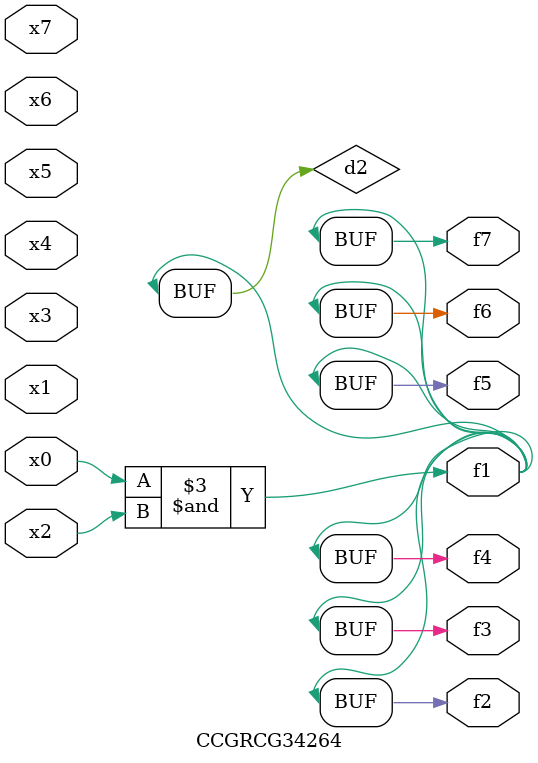
<source format=v>
module CCGRCG34264(
	input x0, x1, x2, x3, x4, x5, x6, x7,
	output f1, f2, f3, f4, f5, f6, f7
);

	wire d1, d2;

	nor (d1, x3, x6);
	and (d2, x0, x2);
	assign f1 = d2;
	assign f2 = d2;
	assign f3 = d2;
	assign f4 = d2;
	assign f5 = d2;
	assign f6 = d2;
	assign f7 = d2;
endmodule

</source>
